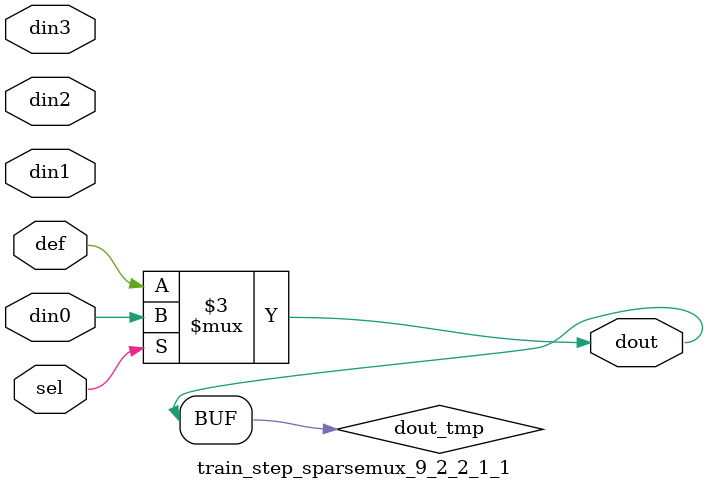
<source format=v>
`timescale 1ns / 1ps

module train_step_sparsemux_9_2_2_1_1 (din0,din1,din2,din3,def,sel,dout);

parameter din0_WIDTH = 1;

parameter din1_WIDTH = 1;

parameter din2_WIDTH = 1;

parameter din3_WIDTH = 1;

parameter def_WIDTH = 1;
parameter sel_WIDTH = 1;
parameter dout_WIDTH = 1;

parameter [sel_WIDTH-1:0] CASE0 = 1;

parameter [sel_WIDTH-1:0] CASE1 = 1;

parameter [sel_WIDTH-1:0] CASE2 = 1;

parameter [sel_WIDTH-1:0] CASE3 = 1;

parameter ID = 1;
parameter NUM_STAGE = 1;



input [din0_WIDTH-1:0] din0;

input [din1_WIDTH-1:0] din1;

input [din2_WIDTH-1:0] din2;

input [din3_WIDTH-1:0] din3;

input [def_WIDTH-1:0] def;
input [sel_WIDTH-1:0] sel;

output [dout_WIDTH-1:0] dout;



reg [dout_WIDTH-1:0] dout_tmp;


always @ (*) begin
(* parallel_case *) case (sel)
    
    CASE0 : dout_tmp = din0;
    
    CASE1 : dout_tmp = din1;
    
    CASE2 : dout_tmp = din2;
    
    CASE3 : dout_tmp = din3;
    
    default : dout_tmp = def;
endcase
end


assign dout = dout_tmp;



endmodule

</source>
